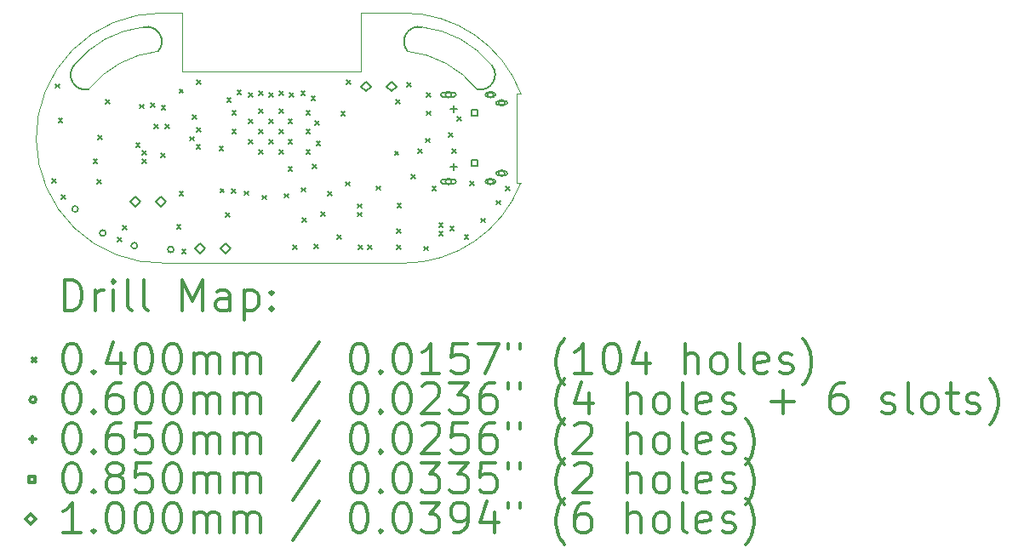
<source format=gbr>
%FSLAX45Y45*%
G04 Gerber Fmt 4.5, Leading zero omitted, Abs format (unit mm)*
G04 Created by KiCad (PCBNEW (5.1.10)-1) date 2021-07-14 09:57:32*
%MOMM*%
%LPD*%
G01*
G04 APERTURE LIST*
%TA.AperFunction,Profile*%
%ADD10C,0.150000*%
%TD*%
%TA.AperFunction,Profile*%
%ADD11C,0.050000*%
%TD*%
%ADD12C,0.200000*%
%ADD13C,0.300000*%
G04 APERTURE END LIST*
D10*
X12073722Y-8539419D02*
G75*
G03*
X12218823Y-8780259I113778J-95581D01*
G01*
X12910037Y-8401253D02*
G75*
G03*
X12765072Y-8160509I-112537J96253D01*
G01*
D11*
X12073967Y-8539626D02*
G75*
G02*
X12765072Y-8160509I801104J-640884D01*
G01*
X12218823Y-8780259D02*
G75*
G02*
X12910037Y-8401253I800781J-640625D01*
G01*
X16081177Y-8780259D02*
G75*
G03*
X15389963Y-8401253I-800781J-640625D01*
G01*
X16226033Y-8539626D02*
G75*
G03*
X15534928Y-8160509I-801104J-640884D01*
G01*
D10*
X16226278Y-8539419D02*
G75*
G02*
X16081177Y-8780259I-113778J-95581D01*
G01*
X15389963Y-8401253D02*
G75*
G02*
X15534928Y-8160509I112537J96253D01*
G01*
D11*
X16516811Y-9708996D02*
G75*
G02*
X15354100Y-10509600I-1162711J443996D01*
G01*
X14922300Y-8604600D02*
X13144300Y-8604600D01*
X13144300Y-8604600D02*
X13144300Y-8020400D01*
X16516436Y-8820024D02*
X16471636Y-8820024D01*
X16471700Y-9709000D02*
X16471636Y-8820024D01*
X16516436Y-8820024D02*
G75*
G03*
X15354100Y-8020400I-1162336J-444976D01*
G01*
X15354100Y-10509600D02*
X12971508Y-10509229D01*
X14922300Y-8020400D02*
X14922300Y-8604600D01*
X13144300Y-8020400D02*
X12941100Y-8020400D01*
X15354100Y-8020400D02*
X14922300Y-8020400D01*
X16471700Y-9709000D02*
X16516811Y-9708996D01*
X12971508Y-10509229D02*
G75*
G02*
X12941100Y-8020400I-30408J1244229D01*
G01*
D12*
X11855008Y-9672640D02*
X11895008Y-9712640D01*
X11895008Y-9672640D02*
X11855008Y-9712640D01*
X11887520Y-8726744D02*
X11927520Y-8766744D01*
X11927520Y-8726744D02*
X11887520Y-8766744D01*
X11917746Y-9068120D02*
X11957746Y-9108120D01*
X11957746Y-9068120D02*
X11917746Y-9108120D01*
X11946702Y-9828596D02*
X11986702Y-9868596D01*
X11986702Y-9828596D02*
X11946702Y-9868596D01*
X12265110Y-9477390D02*
X12305110Y-9517390D01*
X12305110Y-9477390D02*
X12265110Y-9517390D01*
X12302497Y-9680951D02*
X12342497Y-9720951D01*
X12342497Y-9680951D02*
X12302497Y-9720951D01*
X12309800Y-9240000D02*
X12349800Y-9280000D01*
X12349800Y-9240000D02*
X12309800Y-9280000D01*
X12390000Y-8882500D02*
X12430000Y-8922500D01*
X12430000Y-8882500D02*
X12390000Y-8922500D01*
X12507500Y-10252500D02*
X12547500Y-10292500D01*
X12547500Y-10252500D02*
X12507500Y-10292500D01*
X12553762Y-10137714D02*
X12593762Y-10177714D01*
X12593762Y-10137714D02*
X12553762Y-10177714D01*
X12687682Y-9312282D02*
X12727682Y-9352282D01*
X12727682Y-9312282D02*
X12687682Y-9352282D01*
X12727510Y-8929990D02*
X12767510Y-8969990D01*
X12767510Y-8929990D02*
X12727510Y-8969990D01*
X12753150Y-9387874D02*
X12793150Y-9427874D01*
X12793150Y-9387874D02*
X12753150Y-9427874D01*
X12753153Y-9476451D02*
X12793153Y-9516451D01*
X12793153Y-9476451D02*
X12753153Y-9516451D01*
X12837125Y-8916298D02*
X12877125Y-8956298D01*
X12877125Y-8916298D02*
X12837125Y-8956298D01*
X12866950Y-9126950D02*
X12906950Y-9166950D01*
X12906950Y-9126950D02*
X12866950Y-9166950D01*
X12940604Y-9417624D02*
X12980604Y-9457624D01*
X12980604Y-9417624D02*
X12940604Y-9457624D01*
X12942499Y-8940000D02*
X12982499Y-8980000D01*
X12982499Y-8940000D02*
X12942499Y-8980000D01*
X12982899Y-9130701D02*
X13022899Y-9170701D01*
X13022899Y-9130701D02*
X12982899Y-9170701D01*
X13095544Y-10129078D02*
X13135544Y-10169078D01*
X13135544Y-10129078D02*
X13095544Y-10169078D01*
X13120000Y-9800000D02*
X13160000Y-9840000D01*
X13160000Y-9800000D02*
X13120000Y-9840000D01*
X13120700Y-8777100D02*
X13160700Y-8817100D01*
X13160700Y-8777100D02*
X13120700Y-8817100D01*
X13144566Y-10372664D02*
X13184566Y-10412664D01*
X13184566Y-10372664D02*
X13144566Y-10412664D01*
X13223311Y-9251699D02*
X13263311Y-9291699D01*
X13263311Y-9251699D02*
X13223311Y-9291699D01*
X13249600Y-9034800D02*
X13289600Y-9074800D01*
X13289600Y-9034800D02*
X13249600Y-9074800D01*
X13288838Y-9333550D02*
X13328838Y-9373550D01*
X13328838Y-9333550D02*
X13288838Y-9373550D01*
X13292140Y-9161846D02*
X13332140Y-9201846D01*
X13332140Y-9161846D02*
X13292140Y-9201846D01*
X13293000Y-8689800D02*
X13333000Y-8729800D01*
X13333000Y-8689800D02*
X13293000Y-8729800D01*
X13518708Y-9348536D02*
X13558708Y-9388536D01*
X13558708Y-9348536D02*
X13518708Y-9388536D01*
X13526412Y-9767456D02*
X13566412Y-9807456D01*
X13566412Y-9767456D02*
X13526412Y-9807456D01*
X13582500Y-10010000D02*
X13622500Y-10050000D01*
X13622500Y-10010000D02*
X13582500Y-10050000D01*
X13593400Y-8864800D02*
X13633400Y-8904800D01*
X13633400Y-8864800D02*
X13593400Y-8904800D01*
X13639273Y-9774401D02*
X13679273Y-9814401D01*
X13679273Y-9774401D02*
X13639273Y-9814401D01*
X13645000Y-8991000D02*
X13685000Y-9031000D01*
X13685000Y-8991000D02*
X13645000Y-9031000D01*
X13645000Y-9181500D02*
X13685000Y-9221500D01*
X13685000Y-9181500D02*
X13645000Y-9221500D01*
X13695800Y-8787800D02*
X13735800Y-8827800D01*
X13735800Y-8787800D02*
X13695800Y-8827800D01*
X13766189Y-9793125D02*
X13806189Y-9833125D01*
X13806189Y-9793125D02*
X13766189Y-9833125D01*
X13810100Y-8813200D02*
X13850100Y-8853200D01*
X13850100Y-8813200D02*
X13810100Y-8853200D01*
X13810100Y-9079900D02*
X13850100Y-9119900D01*
X13850100Y-9079900D02*
X13810100Y-9119900D01*
X13810100Y-9283100D02*
X13850100Y-9323100D01*
X13850100Y-9283100D02*
X13810100Y-9323100D01*
X13911700Y-8800500D02*
X13951700Y-8840500D01*
X13951700Y-8800500D02*
X13911700Y-8840500D01*
X13911700Y-8978300D02*
X13951700Y-9018300D01*
X13951700Y-8978300D02*
X13911700Y-9018300D01*
X13911700Y-9181500D02*
X13951700Y-9221500D01*
X13951700Y-9181500D02*
X13911700Y-9221500D01*
X13911700Y-9384700D02*
X13951700Y-9424700D01*
X13951700Y-9384700D02*
X13911700Y-9424700D01*
X13946190Y-9834946D02*
X13986190Y-9874946D01*
X13986190Y-9834946D02*
X13946190Y-9874946D01*
X14013300Y-8813200D02*
X14053300Y-8853200D01*
X14053300Y-8813200D02*
X14013300Y-8853200D01*
X14013300Y-9079900D02*
X14053300Y-9119900D01*
X14053300Y-9079900D02*
X14013300Y-9119900D01*
X14013300Y-9283100D02*
X14053300Y-9323100D01*
X14053300Y-9283100D02*
X14013300Y-9323100D01*
X14114900Y-8800500D02*
X14154900Y-8840500D01*
X14154900Y-8800500D02*
X14114900Y-8840500D01*
X14114900Y-8978300D02*
X14154900Y-9018300D01*
X14154900Y-8978300D02*
X14114900Y-9018300D01*
X14114900Y-9181500D02*
X14154900Y-9221500D01*
X14154900Y-9181500D02*
X14114900Y-9221500D01*
X14114900Y-9384700D02*
X14154900Y-9424700D01*
X14154900Y-9384700D02*
X14114900Y-9424700D01*
X14167484Y-9817499D02*
X14207484Y-9857499D01*
X14207484Y-9817499D02*
X14167484Y-9857499D01*
X14203800Y-9079900D02*
X14243800Y-9119900D01*
X14243800Y-9079900D02*
X14203800Y-9119900D01*
X14203800Y-9283100D02*
X14243800Y-9323100D01*
X14243800Y-9283100D02*
X14203800Y-9323100D01*
X14203800Y-9549800D02*
X14243800Y-9589800D01*
X14243800Y-9549800D02*
X14203800Y-9589800D01*
X14216500Y-8813200D02*
X14256500Y-8853200D01*
X14256500Y-8813200D02*
X14216500Y-8853200D01*
X14252500Y-10330000D02*
X14292500Y-10370000D01*
X14292500Y-10330000D02*
X14252500Y-10370000D01*
X14330800Y-8800500D02*
X14370800Y-8840500D01*
X14370800Y-8800500D02*
X14330800Y-8840500D01*
X14337500Y-9760000D02*
X14377500Y-9800000D01*
X14377500Y-9760000D02*
X14337500Y-9800000D01*
X14345000Y-10057500D02*
X14385000Y-10097500D01*
X14385000Y-10057500D02*
X14345000Y-10097500D01*
X14381600Y-8991000D02*
X14421600Y-9031000D01*
X14421600Y-8991000D02*
X14381600Y-9031000D01*
X14381600Y-9181500D02*
X14421600Y-9221500D01*
X14421600Y-9181500D02*
X14381600Y-9221500D01*
X14381600Y-9384700D02*
X14421600Y-9424700D01*
X14421600Y-9384700D02*
X14381600Y-9424700D01*
X14432400Y-8851300D02*
X14472400Y-8891300D01*
X14472400Y-8851300D02*
X14432400Y-8891300D01*
X14445100Y-9524400D02*
X14485100Y-9564400D01*
X14485100Y-9524400D02*
X14445100Y-9564400D01*
X14460000Y-10322500D02*
X14500000Y-10362500D01*
X14500000Y-10322500D02*
X14460000Y-10362500D01*
X14470500Y-9092600D02*
X14510500Y-9132600D01*
X14510500Y-9092600D02*
X14470500Y-9132600D01*
X14483200Y-9295800D02*
X14523200Y-9335800D01*
X14523200Y-9295800D02*
X14483200Y-9335800D01*
X14532500Y-10002500D02*
X14572500Y-10042500D01*
X14572500Y-10002500D02*
X14532500Y-10042500D01*
X14600000Y-9800000D02*
X14640000Y-9840000D01*
X14640000Y-9800000D02*
X14600000Y-9840000D01*
X14688886Y-10231440D02*
X14728886Y-10271440D01*
X14728886Y-10231440D02*
X14688886Y-10271440D01*
X14727494Y-9004112D02*
X14767494Y-9044112D01*
X14767494Y-9004112D02*
X14727494Y-9044112D01*
X14772706Y-9700580D02*
X14812706Y-9740580D01*
X14812706Y-9700580D02*
X14772706Y-9740580D01*
X14780580Y-8686612D02*
X14820580Y-8726612D01*
X14820580Y-8686612D02*
X14780580Y-8726612D01*
X14892500Y-10005000D02*
X14932500Y-10045000D01*
X14932500Y-10005000D02*
X14892500Y-10045000D01*
X14892500Y-9920000D02*
X14932500Y-9960000D01*
X14932500Y-9920000D02*
X14892500Y-9960000D01*
X14900934Y-10332066D02*
X14940934Y-10372066D01*
X14940934Y-10332066D02*
X14900934Y-10372066D01*
X14996480Y-10333294D02*
X15036480Y-10373294D01*
X15036480Y-10333294D02*
X14996480Y-10373294D01*
X15080808Y-9742998D02*
X15120808Y-9782998D01*
X15120808Y-9742998D02*
X15080808Y-9782998D01*
X15262674Y-9394000D02*
X15302674Y-9434000D01*
X15302674Y-9394000D02*
X15262674Y-9434000D01*
X15277404Y-8885494D02*
X15317404Y-8925494D01*
X15317404Y-8885494D02*
X15277404Y-8925494D01*
X15283246Y-10332024D02*
X15323246Y-10372024D01*
X15323246Y-10332024D02*
X15283246Y-10372024D01*
X15283300Y-10172100D02*
X15323300Y-10212100D01*
X15323300Y-10172100D02*
X15283300Y-10212100D01*
X15286802Y-9918004D02*
X15326802Y-9958004D01*
X15326802Y-9918004D02*
X15286802Y-9958004D01*
X15386116Y-8711758D02*
X15426116Y-8751758D01*
X15426116Y-8711758D02*
X15386116Y-8751758D01*
X15425486Y-9626158D02*
X15465486Y-9666158D01*
X15465486Y-9626158D02*
X15425486Y-9666158D01*
X15496098Y-9372158D02*
X15536098Y-9412158D01*
X15536098Y-9372158D02*
X15496098Y-9412158D01*
X15553248Y-10342946D02*
X15593248Y-10382946D01*
X15593248Y-10342946D02*
X15553248Y-10382946D01*
X15572429Y-9268280D02*
X15612429Y-9308280D01*
X15612429Y-9268280D02*
X15572429Y-9308280D01*
X15577790Y-8998197D02*
X15617790Y-9038197D01*
X15617790Y-8998197D02*
X15577790Y-9038197D01*
X15581900Y-8812501D02*
X15621900Y-8852501D01*
X15621900Y-8812501D02*
X15581900Y-8852501D01*
X15633258Y-9743760D02*
X15673258Y-9783760D01*
X15673258Y-9743760D02*
X15633258Y-9783760D01*
X15702418Y-10197189D02*
X15742418Y-10237189D01*
X15742418Y-10197189D02*
X15702418Y-10237189D01*
X15702966Y-10111284D02*
X15742966Y-10151284D01*
X15742966Y-10111284D02*
X15702966Y-10151284D01*
X15799999Y-9212138D02*
X15839999Y-9252138D01*
X15839999Y-9212138D02*
X15799999Y-9252138D01*
X15812253Y-10145472D02*
X15852253Y-10185472D01*
X15852253Y-10145472D02*
X15812253Y-10185472D01*
X15834553Y-9376301D02*
X15874553Y-9416301D01*
X15874553Y-9376301D02*
X15834553Y-9416301D01*
X15886750Y-9052118D02*
X15926750Y-9092118D01*
X15926750Y-9052118D02*
X15886750Y-9092118D01*
X15956346Y-10229916D02*
X15996346Y-10269916D01*
X15996346Y-10229916D02*
X15956346Y-10269916D01*
X16012226Y-9693214D02*
X16052226Y-9733214D01*
X16052226Y-9693214D02*
X16012226Y-9733214D01*
X16121192Y-10063800D02*
X16161192Y-10103800D01*
X16161192Y-10063800D02*
X16121192Y-10103800D01*
X16275624Y-9887016D02*
X16315624Y-9927016D01*
X16315624Y-9887016D02*
X16275624Y-9927016D01*
X16368588Y-9747062D02*
X16408588Y-9787062D01*
X16408588Y-9747062D02*
X16368588Y-9787062D01*
X12113523Y-9970458D02*
G75*
G03*
X12113523Y-9970458I-30000J0D01*
G01*
X12388992Y-10209919D02*
G75*
G03*
X12388992Y-10209919I-30000J0D01*
G01*
X12701819Y-10335704D02*
G75*
G03*
X12701819Y-10335704I-30000J0D01*
G01*
X13064819Y-10373857D02*
G75*
G03*
X13064819Y-10373857I-30000J0D01*
G01*
X15826696Y-8832396D02*
G75*
G03*
X15826696Y-8832396I-30000J0D01*
G01*
X15741696Y-8852396D02*
X15851696Y-8852396D01*
X15741696Y-8812396D02*
X15851696Y-8812396D01*
X15851696Y-8852396D02*
G75*
G03*
X15851696Y-8812396I0J20000D01*
G01*
X15741696Y-8812396D02*
G75*
G03*
X15741696Y-8852396I0J-20000D01*
G01*
X15826696Y-9696396D02*
G75*
G03*
X15826696Y-9696396I-30000J0D01*
G01*
X15741696Y-9716396D02*
X15851696Y-9716396D01*
X15741696Y-9676396D02*
X15851696Y-9676396D01*
X15851696Y-9716396D02*
G75*
G03*
X15851696Y-9676396I0J20000D01*
G01*
X15741696Y-9676396D02*
G75*
G03*
X15741696Y-9716396I0J-20000D01*
G01*
X16244696Y-8832396D02*
G75*
G03*
X16244696Y-8832396I-30000J0D01*
G01*
X16184696Y-8852396D02*
X16244696Y-8852396D01*
X16184696Y-8812396D02*
X16244696Y-8812396D01*
X16244696Y-8852396D02*
G75*
G03*
X16244696Y-8812396I0J20000D01*
G01*
X16184696Y-8812396D02*
G75*
G03*
X16184696Y-8852396I0J-20000D01*
G01*
X16244696Y-9696396D02*
G75*
G03*
X16244696Y-9696396I-30000J0D01*
G01*
X16184696Y-9716396D02*
X16244696Y-9716396D01*
X16184696Y-9676396D02*
X16244696Y-9676396D01*
X16244696Y-9716396D02*
G75*
G03*
X16244696Y-9676396I0J20000D01*
G01*
X16184696Y-9676396D02*
G75*
G03*
X16184696Y-9716396I0J-20000D01*
G01*
X16356250Y-8915000D02*
G75*
G03*
X16356250Y-8915000I-30000J0D01*
G01*
X16291250Y-8935000D02*
X16361250Y-8935000D01*
X16291250Y-8895000D02*
X16361250Y-8895000D01*
X16361250Y-8935000D02*
G75*
G03*
X16361250Y-8895000I0J20000D01*
G01*
X16291250Y-8895000D02*
G75*
G03*
X16291250Y-8935000I0J-20000D01*
G01*
X16356250Y-9615000D02*
G75*
G03*
X16356250Y-9615000I-30000J0D01*
G01*
X16361250Y-9595000D02*
X16291250Y-9595000D01*
X16361250Y-9635000D02*
X16291250Y-9635000D01*
X16291250Y-9595000D02*
G75*
G03*
X16291250Y-9635000I0J-20000D01*
G01*
X16361250Y-9635000D02*
G75*
G03*
X16361250Y-9595000I0J20000D01*
G01*
X15849696Y-8942896D02*
X15849696Y-9007896D01*
X15817196Y-8975396D02*
X15882196Y-8975396D01*
X15849696Y-9520896D02*
X15849696Y-9585896D01*
X15817196Y-9553396D02*
X15882196Y-9553396D01*
X16086302Y-9045052D02*
X16086302Y-8984948D01*
X16026198Y-8984948D01*
X16026198Y-9045052D01*
X16086302Y-9045052D01*
X16086302Y-9545052D02*
X16086302Y-9484948D01*
X16026198Y-9484948D01*
X16026198Y-9545052D01*
X16086302Y-9545052D01*
X12683236Y-9946602D02*
X12733236Y-9896602D01*
X12683236Y-9846602D01*
X12633236Y-9896602D01*
X12683236Y-9946602D01*
X12937236Y-9946602D02*
X12987236Y-9896602D01*
X12937236Y-9846602D01*
X12887236Y-9896602D01*
X12937236Y-9946602D01*
X13328500Y-10415000D02*
X13378500Y-10365000D01*
X13328500Y-10315000D01*
X13278500Y-10365000D01*
X13328500Y-10415000D01*
X13582500Y-10415000D02*
X13632500Y-10365000D01*
X13582500Y-10315000D01*
X13532500Y-10365000D01*
X13582500Y-10415000D01*
X14975078Y-8800808D02*
X15025078Y-8750808D01*
X14975078Y-8700808D01*
X14925078Y-8750808D01*
X14975078Y-8800808D01*
X15229078Y-8800808D02*
X15279078Y-8750808D01*
X15229078Y-8700808D01*
X15179078Y-8750808D01*
X15229078Y-8800808D01*
D13*
X11980428Y-10977814D02*
X11980428Y-10677814D01*
X12051857Y-10677814D01*
X12094714Y-10692100D01*
X12123286Y-10720672D01*
X12137571Y-10749243D01*
X12151857Y-10806386D01*
X12151857Y-10849243D01*
X12137571Y-10906386D01*
X12123286Y-10934957D01*
X12094714Y-10963529D01*
X12051857Y-10977814D01*
X11980428Y-10977814D01*
X12280428Y-10977814D02*
X12280428Y-10777814D01*
X12280428Y-10834957D02*
X12294714Y-10806386D01*
X12309000Y-10792100D01*
X12337571Y-10777814D01*
X12366143Y-10777814D01*
X12466143Y-10977814D02*
X12466143Y-10777814D01*
X12466143Y-10677814D02*
X12451857Y-10692100D01*
X12466143Y-10706386D01*
X12480428Y-10692100D01*
X12466143Y-10677814D01*
X12466143Y-10706386D01*
X12651857Y-10977814D02*
X12623286Y-10963529D01*
X12609000Y-10934957D01*
X12609000Y-10677814D01*
X12809000Y-10977814D02*
X12780428Y-10963529D01*
X12766143Y-10934957D01*
X12766143Y-10677814D01*
X13151857Y-10977814D02*
X13151857Y-10677814D01*
X13251857Y-10892100D01*
X13351857Y-10677814D01*
X13351857Y-10977814D01*
X13623286Y-10977814D02*
X13623286Y-10820672D01*
X13609000Y-10792100D01*
X13580428Y-10777814D01*
X13523286Y-10777814D01*
X13494714Y-10792100D01*
X13623286Y-10963529D02*
X13594714Y-10977814D01*
X13523286Y-10977814D01*
X13494714Y-10963529D01*
X13480428Y-10934957D01*
X13480428Y-10906386D01*
X13494714Y-10877814D01*
X13523286Y-10863529D01*
X13594714Y-10863529D01*
X13623286Y-10849243D01*
X13766143Y-10777814D02*
X13766143Y-11077814D01*
X13766143Y-10792100D02*
X13794714Y-10777814D01*
X13851857Y-10777814D01*
X13880428Y-10792100D01*
X13894714Y-10806386D01*
X13909000Y-10834957D01*
X13909000Y-10920672D01*
X13894714Y-10949243D01*
X13880428Y-10963529D01*
X13851857Y-10977814D01*
X13794714Y-10977814D01*
X13766143Y-10963529D01*
X14037571Y-10949243D02*
X14051857Y-10963529D01*
X14037571Y-10977814D01*
X14023286Y-10963529D01*
X14037571Y-10949243D01*
X14037571Y-10977814D01*
X14037571Y-10792100D02*
X14051857Y-10806386D01*
X14037571Y-10820672D01*
X14023286Y-10806386D01*
X14037571Y-10792100D01*
X14037571Y-10820672D01*
X11654000Y-11452100D02*
X11694000Y-11492100D01*
X11694000Y-11452100D02*
X11654000Y-11492100D01*
X12037571Y-11307814D02*
X12066143Y-11307814D01*
X12094714Y-11322100D01*
X12109000Y-11336386D01*
X12123286Y-11364957D01*
X12137571Y-11422100D01*
X12137571Y-11493529D01*
X12123286Y-11550671D01*
X12109000Y-11579243D01*
X12094714Y-11593529D01*
X12066143Y-11607814D01*
X12037571Y-11607814D01*
X12009000Y-11593529D01*
X11994714Y-11579243D01*
X11980428Y-11550671D01*
X11966143Y-11493529D01*
X11966143Y-11422100D01*
X11980428Y-11364957D01*
X11994714Y-11336386D01*
X12009000Y-11322100D01*
X12037571Y-11307814D01*
X12266143Y-11579243D02*
X12280428Y-11593529D01*
X12266143Y-11607814D01*
X12251857Y-11593529D01*
X12266143Y-11579243D01*
X12266143Y-11607814D01*
X12537571Y-11407814D02*
X12537571Y-11607814D01*
X12466143Y-11293529D02*
X12394714Y-11507814D01*
X12580428Y-11507814D01*
X12751857Y-11307814D02*
X12780428Y-11307814D01*
X12809000Y-11322100D01*
X12823286Y-11336386D01*
X12837571Y-11364957D01*
X12851857Y-11422100D01*
X12851857Y-11493529D01*
X12837571Y-11550671D01*
X12823286Y-11579243D01*
X12809000Y-11593529D01*
X12780428Y-11607814D01*
X12751857Y-11607814D01*
X12723286Y-11593529D01*
X12709000Y-11579243D01*
X12694714Y-11550671D01*
X12680428Y-11493529D01*
X12680428Y-11422100D01*
X12694714Y-11364957D01*
X12709000Y-11336386D01*
X12723286Y-11322100D01*
X12751857Y-11307814D01*
X13037571Y-11307814D02*
X13066143Y-11307814D01*
X13094714Y-11322100D01*
X13109000Y-11336386D01*
X13123286Y-11364957D01*
X13137571Y-11422100D01*
X13137571Y-11493529D01*
X13123286Y-11550671D01*
X13109000Y-11579243D01*
X13094714Y-11593529D01*
X13066143Y-11607814D01*
X13037571Y-11607814D01*
X13009000Y-11593529D01*
X12994714Y-11579243D01*
X12980428Y-11550671D01*
X12966143Y-11493529D01*
X12966143Y-11422100D01*
X12980428Y-11364957D01*
X12994714Y-11336386D01*
X13009000Y-11322100D01*
X13037571Y-11307814D01*
X13266143Y-11607814D02*
X13266143Y-11407814D01*
X13266143Y-11436386D02*
X13280428Y-11422100D01*
X13309000Y-11407814D01*
X13351857Y-11407814D01*
X13380428Y-11422100D01*
X13394714Y-11450671D01*
X13394714Y-11607814D01*
X13394714Y-11450671D02*
X13409000Y-11422100D01*
X13437571Y-11407814D01*
X13480428Y-11407814D01*
X13509000Y-11422100D01*
X13523286Y-11450671D01*
X13523286Y-11607814D01*
X13666143Y-11607814D02*
X13666143Y-11407814D01*
X13666143Y-11436386D02*
X13680428Y-11422100D01*
X13709000Y-11407814D01*
X13751857Y-11407814D01*
X13780428Y-11422100D01*
X13794714Y-11450671D01*
X13794714Y-11607814D01*
X13794714Y-11450671D02*
X13809000Y-11422100D01*
X13837571Y-11407814D01*
X13880428Y-11407814D01*
X13909000Y-11422100D01*
X13923286Y-11450671D01*
X13923286Y-11607814D01*
X14509000Y-11293529D02*
X14251857Y-11679243D01*
X14894714Y-11307814D02*
X14923286Y-11307814D01*
X14951857Y-11322100D01*
X14966143Y-11336386D01*
X14980428Y-11364957D01*
X14994714Y-11422100D01*
X14994714Y-11493529D01*
X14980428Y-11550671D01*
X14966143Y-11579243D01*
X14951857Y-11593529D01*
X14923286Y-11607814D01*
X14894714Y-11607814D01*
X14866143Y-11593529D01*
X14851857Y-11579243D01*
X14837571Y-11550671D01*
X14823286Y-11493529D01*
X14823286Y-11422100D01*
X14837571Y-11364957D01*
X14851857Y-11336386D01*
X14866143Y-11322100D01*
X14894714Y-11307814D01*
X15123286Y-11579243D02*
X15137571Y-11593529D01*
X15123286Y-11607814D01*
X15109000Y-11593529D01*
X15123286Y-11579243D01*
X15123286Y-11607814D01*
X15323286Y-11307814D02*
X15351857Y-11307814D01*
X15380428Y-11322100D01*
X15394714Y-11336386D01*
X15409000Y-11364957D01*
X15423286Y-11422100D01*
X15423286Y-11493529D01*
X15409000Y-11550671D01*
X15394714Y-11579243D01*
X15380428Y-11593529D01*
X15351857Y-11607814D01*
X15323286Y-11607814D01*
X15294714Y-11593529D01*
X15280428Y-11579243D01*
X15266143Y-11550671D01*
X15251857Y-11493529D01*
X15251857Y-11422100D01*
X15266143Y-11364957D01*
X15280428Y-11336386D01*
X15294714Y-11322100D01*
X15323286Y-11307814D01*
X15709000Y-11607814D02*
X15537571Y-11607814D01*
X15623286Y-11607814D02*
X15623286Y-11307814D01*
X15594714Y-11350671D01*
X15566143Y-11379243D01*
X15537571Y-11393529D01*
X15980428Y-11307814D02*
X15837571Y-11307814D01*
X15823286Y-11450671D01*
X15837571Y-11436386D01*
X15866143Y-11422100D01*
X15937571Y-11422100D01*
X15966143Y-11436386D01*
X15980428Y-11450671D01*
X15994714Y-11479243D01*
X15994714Y-11550671D01*
X15980428Y-11579243D01*
X15966143Y-11593529D01*
X15937571Y-11607814D01*
X15866143Y-11607814D01*
X15837571Y-11593529D01*
X15823286Y-11579243D01*
X16094714Y-11307814D02*
X16294714Y-11307814D01*
X16166143Y-11607814D01*
X16394714Y-11307814D02*
X16394714Y-11364957D01*
X16509000Y-11307814D02*
X16509000Y-11364957D01*
X16951857Y-11722100D02*
X16937571Y-11707814D01*
X16909000Y-11664957D01*
X16894714Y-11636386D01*
X16880428Y-11593529D01*
X16866143Y-11522100D01*
X16866143Y-11464957D01*
X16880428Y-11393529D01*
X16894714Y-11350671D01*
X16909000Y-11322100D01*
X16937571Y-11279243D01*
X16951857Y-11264957D01*
X17223286Y-11607814D02*
X17051857Y-11607814D01*
X17137571Y-11607814D02*
X17137571Y-11307814D01*
X17109000Y-11350671D01*
X17080428Y-11379243D01*
X17051857Y-11393529D01*
X17409000Y-11307814D02*
X17437571Y-11307814D01*
X17466143Y-11322100D01*
X17480428Y-11336386D01*
X17494714Y-11364957D01*
X17509000Y-11422100D01*
X17509000Y-11493529D01*
X17494714Y-11550671D01*
X17480428Y-11579243D01*
X17466143Y-11593529D01*
X17437571Y-11607814D01*
X17409000Y-11607814D01*
X17380428Y-11593529D01*
X17366143Y-11579243D01*
X17351857Y-11550671D01*
X17337571Y-11493529D01*
X17337571Y-11422100D01*
X17351857Y-11364957D01*
X17366143Y-11336386D01*
X17380428Y-11322100D01*
X17409000Y-11307814D01*
X17766143Y-11407814D02*
X17766143Y-11607814D01*
X17694714Y-11293529D02*
X17623286Y-11507814D01*
X17809000Y-11507814D01*
X18151857Y-11607814D02*
X18151857Y-11307814D01*
X18280428Y-11607814D02*
X18280428Y-11450671D01*
X18266143Y-11422100D01*
X18237571Y-11407814D01*
X18194714Y-11407814D01*
X18166143Y-11422100D01*
X18151857Y-11436386D01*
X18466143Y-11607814D02*
X18437571Y-11593529D01*
X18423286Y-11579243D01*
X18409000Y-11550671D01*
X18409000Y-11464957D01*
X18423286Y-11436386D01*
X18437571Y-11422100D01*
X18466143Y-11407814D01*
X18509000Y-11407814D01*
X18537571Y-11422100D01*
X18551857Y-11436386D01*
X18566143Y-11464957D01*
X18566143Y-11550671D01*
X18551857Y-11579243D01*
X18537571Y-11593529D01*
X18509000Y-11607814D01*
X18466143Y-11607814D01*
X18737571Y-11607814D02*
X18709000Y-11593529D01*
X18694714Y-11564957D01*
X18694714Y-11307814D01*
X18966143Y-11593529D02*
X18937571Y-11607814D01*
X18880428Y-11607814D01*
X18851857Y-11593529D01*
X18837571Y-11564957D01*
X18837571Y-11450671D01*
X18851857Y-11422100D01*
X18880428Y-11407814D01*
X18937571Y-11407814D01*
X18966143Y-11422100D01*
X18980428Y-11450671D01*
X18980428Y-11479243D01*
X18837571Y-11507814D01*
X19094714Y-11593529D02*
X19123286Y-11607814D01*
X19180428Y-11607814D01*
X19209000Y-11593529D01*
X19223286Y-11564957D01*
X19223286Y-11550671D01*
X19209000Y-11522100D01*
X19180428Y-11507814D01*
X19137571Y-11507814D01*
X19109000Y-11493529D01*
X19094714Y-11464957D01*
X19094714Y-11450671D01*
X19109000Y-11422100D01*
X19137571Y-11407814D01*
X19180428Y-11407814D01*
X19209000Y-11422100D01*
X19323286Y-11722100D02*
X19337571Y-11707814D01*
X19366143Y-11664957D01*
X19380428Y-11636386D01*
X19394714Y-11593529D01*
X19409000Y-11522100D01*
X19409000Y-11464957D01*
X19394714Y-11393529D01*
X19380428Y-11350671D01*
X19366143Y-11322100D01*
X19337571Y-11279243D01*
X19323286Y-11264957D01*
X11694000Y-11868100D02*
G75*
G03*
X11694000Y-11868100I-30000J0D01*
G01*
X12037571Y-11703814D02*
X12066143Y-11703814D01*
X12094714Y-11718100D01*
X12109000Y-11732386D01*
X12123286Y-11760957D01*
X12137571Y-11818100D01*
X12137571Y-11889529D01*
X12123286Y-11946671D01*
X12109000Y-11975243D01*
X12094714Y-11989529D01*
X12066143Y-12003814D01*
X12037571Y-12003814D01*
X12009000Y-11989529D01*
X11994714Y-11975243D01*
X11980428Y-11946671D01*
X11966143Y-11889529D01*
X11966143Y-11818100D01*
X11980428Y-11760957D01*
X11994714Y-11732386D01*
X12009000Y-11718100D01*
X12037571Y-11703814D01*
X12266143Y-11975243D02*
X12280428Y-11989529D01*
X12266143Y-12003814D01*
X12251857Y-11989529D01*
X12266143Y-11975243D01*
X12266143Y-12003814D01*
X12537571Y-11703814D02*
X12480428Y-11703814D01*
X12451857Y-11718100D01*
X12437571Y-11732386D01*
X12409000Y-11775243D01*
X12394714Y-11832386D01*
X12394714Y-11946671D01*
X12409000Y-11975243D01*
X12423286Y-11989529D01*
X12451857Y-12003814D01*
X12509000Y-12003814D01*
X12537571Y-11989529D01*
X12551857Y-11975243D01*
X12566143Y-11946671D01*
X12566143Y-11875243D01*
X12551857Y-11846671D01*
X12537571Y-11832386D01*
X12509000Y-11818100D01*
X12451857Y-11818100D01*
X12423286Y-11832386D01*
X12409000Y-11846671D01*
X12394714Y-11875243D01*
X12751857Y-11703814D02*
X12780428Y-11703814D01*
X12809000Y-11718100D01*
X12823286Y-11732386D01*
X12837571Y-11760957D01*
X12851857Y-11818100D01*
X12851857Y-11889529D01*
X12837571Y-11946671D01*
X12823286Y-11975243D01*
X12809000Y-11989529D01*
X12780428Y-12003814D01*
X12751857Y-12003814D01*
X12723286Y-11989529D01*
X12709000Y-11975243D01*
X12694714Y-11946671D01*
X12680428Y-11889529D01*
X12680428Y-11818100D01*
X12694714Y-11760957D01*
X12709000Y-11732386D01*
X12723286Y-11718100D01*
X12751857Y-11703814D01*
X13037571Y-11703814D02*
X13066143Y-11703814D01*
X13094714Y-11718100D01*
X13109000Y-11732386D01*
X13123286Y-11760957D01*
X13137571Y-11818100D01*
X13137571Y-11889529D01*
X13123286Y-11946671D01*
X13109000Y-11975243D01*
X13094714Y-11989529D01*
X13066143Y-12003814D01*
X13037571Y-12003814D01*
X13009000Y-11989529D01*
X12994714Y-11975243D01*
X12980428Y-11946671D01*
X12966143Y-11889529D01*
X12966143Y-11818100D01*
X12980428Y-11760957D01*
X12994714Y-11732386D01*
X13009000Y-11718100D01*
X13037571Y-11703814D01*
X13266143Y-12003814D02*
X13266143Y-11803814D01*
X13266143Y-11832386D02*
X13280428Y-11818100D01*
X13309000Y-11803814D01*
X13351857Y-11803814D01*
X13380428Y-11818100D01*
X13394714Y-11846671D01*
X13394714Y-12003814D01*
X13394714Y-11846671D02*
X13409000Y-11818100D01*
X13437571Y-11803814D01*
X13480428Y-11803814D01*
X13509000Y-11818100D01*
X13523286Y-11846671D01*
X13523286Y-12003814D01*
X13666143Y-12003814D02*
X13666143Y-11803814D01*
X13666143Y-11832386D02*
X13680428Y-11818100D01*
X13709000Y-11803814D01*
X13751857Y-11803814D01*
X13780428Y-11818100D01*
X13794714Y-11846671D01*
X13794714Y-12003814D01*
X13794714Y-11846671D02*
X13809000Y-11818100D01*
X13837571Y-11803814D01*
X13880428Y-11803814D01*
X13909000Y-11818100D01*
X13923286Y-11846671D01*
X13923286Y-12003814D01*
X14509000Y-11689529D02*
X14251857Y-12075243D01*
X14894714Y-11703814D02*
X14923286Y-11703814D01*
X14951857Y-11718100D01*
X14966143Y-11732386D01*
X14980428Y-11760957D01*
X14994714Y-11818100D01*
X14994714Y-11889529D01*
X14980428Y-11946671D01*
X14966143Y-11975243D01*
X14951857Y-11989529D01*
X14923286Y-12003814D01*
X14894714Y-12003814D01*
X14866143Y-11989529D01*
X14851857Y-11975243D01*
X14837571Y-11946671D01*
X14823286Y-11889529D01*
X14823286Y-11818100D01*
X14837571Y-11760957D01*
X14851857Y-11732386D01*
X14866143Y-11718100D01*
X14894714Y-11703814D01*
X15123286Y-11975243D02*
X15137571Y-11989529D01*
X15123286Y-12003814D01*
X15109000Y-11989529D01*
X15123286Y-11975243D01*
X15123286Y-12003814D01*
X15323286Y-11703814D02*
X15351857Y-11703814D01*
X15380428Y-11718100D01*
X15394714Y-11732386D01*
X15409000Y-11760957D01*
X15423286Y-11818100D01*
X15423286Y-11889529D01*
X15409000Y-11946671D01*
X15394714Y-11975243D01*
X15380428Y-11989529D01*
X15351857Y-12003814D01*
X15323286Y-12003814D01*
X15294714Y-11989529D01*
X15280428Y-11975243D01*
X15266143Y-11946671D01*
X15251857Y-11889529D01*
X15251857Y-11818100D01*
X15266143Y-11760957D01*
X15280428Y-11732386D01*
X15294714Y-11718100D01*
X15323286Y-11703814D01*
X15537571Y-11732386D02*
X15551857Y-11718100D01*
X15580428Y-11703814D01*
X15651857Y-11703814D01*
X15680428Y-11718100D01*
X15694714Y-11732386D01*
X15709000Y-11760957D01*
X15709000Y-11789529D01*
X15694714Y-11832386D01*
X15523286Y-12003814D01*
X15709000Y-12003814D01*
X15809000Y-11703814D02*
X15994714Y-11703814D01*
X15894714Y-11818100D01*
X15937571Y-11818100D01*
X15966143Y-11832386D01*
X15980428Y-11846671D01*
X15994714Y-11875243D01*
X15994714Y-11946671D01*
X15980428Y-11975243D01*
X15966143Y-11989529D01*
X15937571Y-12003814D01*
X15851857Y-12003814D01*
X15823286Y-11989529D01*
X15809000Y-11975243D01*
X16251857Y-11703814D02*
X16194714Y-11703814D01*
X16166143Y-11718100D01*
X16151857Y-11732386D01*
X16123286Y-11775243D01*
X16109000Y-11832386D01*
X16109000Y-11946671D01*
X16123286Y-11975243D01*
X16137571Y-11989529D01*
X16166143Y-12003814D01*
X16223286Y-12003814D01*
X16251857Y-11989529D01*
X16266143Y-11975243D01*
X16280428Y-11946671D01*
X16280428Y-11875243D01*
X16266143Y-11846671D01*
X16251857Y-11832386D01*
X16223286Y-11818100D01*
X16166143Y-11818100D01*
X16137571Y-11832386D01*
X16123286Y-11846671D01*
X16109000Y-11875243D01*
X16394714Y-11703814D02*
X16394714Y-11760957D01*
X16509000Y-11703814D02*
X16509000Y-11760957D01*
X16951857Y-12118100D02*
X16937571Y-12103814D01*
X16909000Y-12060957D01*
X16894714Y-12032386D01*
X16880428Y-11989529D01*
X16866143Y-11918100D01*
X16866143Y-11860957D01*
X16880428Y-11789529D01*
X16894714Y-11746671D01*
X16909000Y-11718100D01*
X16937571Y-11675243D01*
X16951857Y-11660957D01*
X17194714Y-11803814D02*
X17194714Y-12003814D01*
X17123286Y-11689529D02*
X17051857Y-11903814D01*
X17237571Y-11903814D01*
X17580428Y-12003814D02*
X17580428Y-11703814D01*
X17709000Y-12003814D02*
X17709000Y-11846671D01*
X17694714Y-11818100D01*
X17666143Y-11803814D01*
X17623286Y-11803814D01*
X17594714Y-11818100D01*
X17580428Y-11832386D01*
X17894714Y-12003814D02*
X17866143Y-11989529D01*
X17851857Y-11975243D01*
X17837571Y-11946671D01*
X17837571Y-11860957D01*
X17851857Y-11832386D01*
X17866143Y-11818100D01*
X17894714Y-11803814D01*
X17937571Y-11803814D01*
X17966143Y-11818100D01*
X17980428Y-11832386D01*
X17994714Y-11860957D01*
X17994714Y-11946671D01*
X17980428Y-11975243D01*
X17966143Y-11989529D01*
X17937571Y-12003814D01*
X17894714Y-12003814D01*
X18166143Y-12003814D02*
X18137571Y-11989529D01*
X18123286Y-11960957D01*
X18123286Y-11703814D01*
X18394714Y-11989529D02*
X18366143Y-12003814D01*
X18309000Y-12003814D01*
X18280428Y-11989529D01*
X18266143Y-11960957D01*
X18266143Y-11846671D01*
X18280428Y-11818100D01*
X18309000Y-11803814D01*
X18366143Y-11803814D01*
X18394714Y-11818100D01*
X18409000Y-11846671D01*
X18409000Y-11875243D01*
X18266143Y-11903814D01*
X18523286Y-11989529D02*
X18551857Y-12003814D01*
X18609000Y-12003814D01*
X18637571Y-11989529D01*
X18651857Y-11960957D01*
X18651857Y-11946671D01*
X18637571Y-11918100D01*
X18609000Y-11903814D01*
X18566143Y-11903814D01*
X18537571Y-11889529D01*
X18523286Y-11860957D01*
X18523286Y-11846671D01*
X18537571Y-11818100D01*
X18566143Y-11803814D01*
X18609000Y-11803814D01*
X18637571Y-11818100D01*
X19009000Y-11889529D02*
X19237571Y-11889529D01*
X19123286Y-12003814D02*
X19123286Y-11775243D01*
X19737571Y-11703814D02*
X19680428Y-11703814D01*
X19651857Y-11718100D01*
X19637571Y-11732386D01*
X19609000Y-11775243D01*
X19594714Y-11832386D01*
X19594714Y-11946671D01*
X19609000Y-11975243D01*
X19623286Y-11989529D01*
X19651857Y-12003814D01*
X19709000Y-12003814D01*
X19737571Y-11989529D01*
X19751857Y-11975243D01*
X19766143Y-11946671D01*
X19766143Y-11875243D01*
X19751857Y-11846671D01*
X19737571Y-11832386D01*
X19709000Y-11818100D01*
X19651857Y-11818100D01*
X19623286Y-11832386D01*
X19609000Y-11846671D01*
X19594714Y-11875243D01*
X20109000Y-11989529D02*
X20137571Y-12003814D01*
X20194714Y-12003814D01*
X20223286Y-11989529D01*
X20237571Y-11960957D01*
X20237571Y-11946671D01*
X20223286Y-11918100D01*
X20194714Y-11903814D01*
X20151857Y-11903814D01*
X20123286Y-11889529D01*
X20109000Y-11860957D01*
X20109000Y-11846671D01*
X20123286Y-11818100D01*
X20151857Y-11803814D01*
X20194714Y-11803814D01*
X20223286Y-11818100D01*
X20409000Y-12003814D02*
X20380428Y-11989529D01*
X20366143Y-11960957D01*
X20366143Y-11703814D01*
X20566143Y-12003814D02*
X20537571Y-11989529D01*
X20523286Y-11975243D01*
X20509000Y-11946671D01*
X20509000Y-11860957D01*
X20523286Y-11832386D01*
X20537571Y-11818100D01*
X20566143Y-11803814D01*
X20609000Y-11803814D01*
X20637571Y-11818100D01*
X20651857Y-11832386D01*
X20666143Y-11860957D01*
X20666143Y-11946671D01*
X20651857Y-11975243D01*
X20637571Y-11989529D01*
X20609000Y-12003814D01*
X20566143Y-12003814D01*
X20751857Y-11803814D02*
X20866143Y-11803814D01*
X20794714Y-11703814D02*
X20794714Y-11960957D01*
X20809000Y-11989529D01*
X20837571Y-12003814D01*
X20866143Y-12003814D01*
X20951857Y-11989529D02*
X20980428Y-12003814D01*
X21037571Y-12003814D01*
X21066143Y-11989529D01*
X21080428Y-11960957D01*
X21080428Y-11946671D01*
X21066143Y-11918100D01*
X21037571Y-11903814D01*
X20994714Y-11903814D01*
X20966143Y-11889529D01*
X20951857Y-11860957D01*
X20951857Y-11846671D01*
X20966143Y-11818100D01*
X20994714Y-11803814D01*
X21037571Y-11803814D01*
X21066143Y-11818100D01*
X21180428Y-12118100D02*
X21194714Y-12103814D01*
X21223286Y-12060957D01*
X21237571Y-12032386D01*
X21251857Y-11989529D01*
X21266143Y-11918100D01*
X21266143Y-11860957D01*
X21251857Y-11789529D01*
X21237571Y-11746671D01*
X21223286Y-11718100D01*
X21194714Y-11675243D01*
X21180428Y-11660957D01*
X11661500Y-12231600D02*
X11661500Y-12296600D01*
X11629000Y-12264100D02*
X11694000Y-12264100D01*
X12037571Y-12099814D02*
X12066143Y-12099814D01*
X12094714Y-12114100D01*
X12109000Y-12128386D01*
X12123286Y-12156957D01*
X12137571Y-12214100D01*
X12137571Y-12285529D01*
X12123286Y-12342671D01*
X12109000Y-12371243D01*
X12094714Y-12385529D01*
X12066143Y-12399814D01*
X12037571Y-12399814D01*
X12009000Y-12385529D01*
X11994714Y-12371243D01*
X11980428Y-12342671D01*
X11966143Y-12285529D01*
X11966143Y-12214100D01*
X11980428Y-12156957D01*
X11994714Y-12128386D01*
X12009000Y-12114100D01*
X12037571Y-12099814D01*
X12266143Y-12371243D02*
X12280428Y-12385529D01*
X12266143Y-12399814D01*
X12251857Y-12385529D01*
X12266143Y-12371243D01*
X12266143Y-12399814D01*
X12537571Y-12099814D02*
X12480428Y-12099814D01*
X12451857Y-12114100D01*
X12437571Y-12128386D01*
X12409000Y-12171243D01*
X12394714Y-12228386D01*
X12394714Y-12342671D01*
X12409000Y-12371243D01*
X12423286Y-12385529D01*
X12451857Y-12399814D01*
X12509000Y-12399814D01*
X12537571Y-12385529D01*
X12551857Y-12371243D01*
X12566143Y-12342671D01*
X12566143Y-12271243D01*
X12551857Y-12242671D01*
X12537571Y-12228386D01*
X12509000Y-12214100D01*
X12451857Y-12214100D01*
X12423286Y-12228386D01*
X12409000Y-12242671D01*
X12394714Y-12271243D01*
X12837571Y-12099814D02*
X12694714Y-12099814D01*
X12680428Y-12242671D01*
X12694714Y-12228386D01*
X12723286Y-12214100D01*
X12794714Y-12214100D01*
X12823286Y-12228386D01*
X12837571Y-12242671D01*
X12851857Y-12271243D01*
X12851857Y-12342671D01*
X12837571Y-12371243D01*
X12823286Y-12385529D01*
X12794714Y-12399814D01*
X12723286Y-12399814D01*
X12694714Y-12385529D01*
X12680428Y-12371243D01*
X13037571Y-12099814D02*
X13066143Y-12099814D01*
X13094714Y-12114100D01*
X13109000Y-12128386D01*
X13123286Y-12156957D01*
X13137571Y-12214100D01*
X13137571Y-12285529D01*
X13123286Y-12342671D01*
X13109000Y-12371243D01*
X13094714Y-12385529D01*
X13066143Y-12399814D01*
X13037571Y-12399814D01*
X13009000Y-12385529D01*
X12994714Y-12371243D01*
X12980428Y-12342671D01*
X12966143Y-12285529D01*
X12966143Y-12214100D01*
X12980428Y-12156957D01*
X12994714Y-12128386D01*
X13009000Y-12114100D01*
X13037571Y-12099814D01*
X13266143Y-12399814D02*
X13266143Y-12199814D01*
X13266143Y-12228386D02*
X13280428Y-12214100D01*
X13309000Y-12199814D01*
X13351857Y-12199814D01*
X13380428Y-12214100D01*
X13394714Y-12242671D01*
X13394714Y-12399814D01*
X13394714Y-12242671D02*
X13409000Y-12214100D01*
X13437571Y-12199814D01*
X13480428Y-12199814D01*
X13509000Y-12214100D01*
X13523286Y-12242671D01*
X13523286Y-12399814D01*
X13666143Y-12399814D02*
X13666143Y-12199814D01*
X13666143Y-12228386D02*
X13680428Y-12214100D01*
X13709000Y-12199814D01*
X13751857Y-12199814D01*
X13780428Y-12214100D01*
X13794714Y-12242671D01*
X13794714Y-12399814D01*
X13794714Y-12242671D02*
X13809000Y-12214100D01*
X13837571Y-12199814D01*
X13880428Y-12199814D01*
X13909000Y-12214100D01*
X13923286Y-12242671D01*
X13923286Y-12399814D01*
X14509000Y-12085529D02*
X14251857Y-12471243D01*
X14894714Y-12099814D02*
X14923286Y-12099814D01*
X14951857Y-12114100D01*
X14966143Y-12128386D01*
X14980428Y-12156957D01*
X14994714Y-12214100D01*
X14994714Y-12285529D01*
X14980428Y-12342671D01*
X14966143Y-12371243D01*
X14951857Y-12385529D01*
X14923286Y-12399814D01*
X14894714Y-12399814D01*
X14866143Y-12385529D01*
X14851857Y-12371243D01*
X14837571Y-12342671D01*
X14823286Y-12285529D01*
X14823286Y-12214100D01*
X14837571Y-12156957D01*
X14851857Y-12128386D01*
X14866143Y-12114100D01*
X14894714Y-12099814D01*
X15123286Y-12371243D02*
X15137571Y-12385529D01*
X15123286Y-12399814D01*
X15109000Y-12385529D01*
X15123286Y-12371243D01*
X15123286Y-12399814D01*
X15323286Y-12099814D02*
X15351857Y-12099814D01*
X15380428Y-12114100D01*
X15394714Y-12128386D01*
X15409000Y-12156957D01*
X15423286Y-12214100D01*
X15423286Y-12285529D01*
X15409000Y-12342671D01*
X15394714Y-12371243D01*
X15380428Y-12385529D01*
X15351857Y-12399814D01*
X15323286Y-12399814D01*
X15294714Y-12385529D01*
X15280428Y-12371243D01*
X15266143Y-12342671D01*
X15251857Y-12285529D01*
X15251857Y-12214100D01*
X15266143Y-12156957D01*
X15280428Y-12128386D01*
X15294714Y-12114100D01*
X15323286Y-12099814D01*
X15537571Y-12128386D02*
X15551857Y-12114100D01*
X15580428Y-12099814D01*
X15651857Y-12099814D01*
X15680428Y-12114100D01*
X15694714Y-12128386D01*
X15709000Y-12156957D01*
X15709000Y-12185529D01*
X15694714Y-12228386D01*
X15523286Y-12399814D01*
X15709000Y-12399814D01*
X15980428Y-12099814D02*
X15837571Y-12099814D01*
X15823286Y-12242671D01*
X15837571Y-12228386D01*
X15866143Y-12214100D01*
X15937571Y-12214100D01*
X15966143Y-12228386D01*
X15980428Y-12242671D01*
X15994714Y-12271243D01*
X15994714Y-12342671D01*
X15980428Y-12371243D01*
X15966143Y-12385529D01*
X15937571Y-12399814D01*
X15866143Y-12399814D01*
X15837571Y-12385529D01*
X15823286Y-12371243D01*
X16251857Y-12099814D02*
X16194714Y-12099814D01*
X16166143Y-12114100D01*
X16151857Y-12128386D01*
X16123286Y-12171243D01*
X16109000Y-12228386D01*
X16109000Y-12342671D01*
X16123286Y-12371243D01*
X16137571Y-12385529D01*
X16166143Y-12399814D01*
X16223286Y-12399814D01*
X16251857Y-12385529D01*
X16266143Y-12371243D01*
X16280428Y-12342671D01*
X16280428Y-12271243D01*
X16266143Y-12242671D01*
X16251857Y-12228386D01*
X16223286Y-12214100D01*
X16166143Y-12214100D01*
X16137571Y-12228386D01*
X16123286Y-12242671D01*
X16109000Y-12271243D01*
X16394714Y-12099814D02*
X16394714Y-12156957D01*
X16509000Y-12099814D02*
X16509000Y-12156957D01*
X16951857Y-12514100D02*
X16937571Y-12499814D01*
X16909000Y-12456957D01*
X16894714Y-12428386D01*
X16880428Y-12385529D01*
X16866143Y-12314100D01*
X16866143Y-12256957D01*
X16880428Y-12185529D01*
X16894714Y-12142671D01*
X16909000Y-12114100D01*
X16937571Y-12071243D01*
X16951857Y-12056957D01*
X17051857Y-12128386D02*
X17066143Y-12114100D01*
X17094714Y-12099814D01*
X17166143Y-12099814D01*
X17194714Y-12114100D01*
X17209000Y-12128386D01*
X17223286Y-12156957D01*
X17223286Y-12185529D01*
X17209000Y-12228386D01*
X17037571Y-12399814D01*
X17223286Y-12399814D01*
X17580428Y-12399814D02*
X17580428Y-12099814D01*
X17709000Y-12399814D02*
X17709000Y-12242671D01*
X17694714Y-12214100D01*
X17666143Y-12199814D01*
X17623286Y-12199814D01*
X17594714Y-12214100D01*
X17580428Y-12228386D01*
X17894714Y-12399814D02*
X17866143Y-12385529D01*
X17851857Y-12371243D01*
X17837571Y-12342671D01*
X17837571Y-12256957D01*
X17851857Y-12228386D01*
X17866143Y-12214100D01*
X17894714Y-12199814D01*
X17937571Y-12199814D01*
X17966143Y-12214100D01*
X17980428Y-12228386D01*
X17994714Y-12256957D01*
X17994714Y-12342671D01*
X17980428Y-12371243D01*
X17966143Y-12385529D01*
X17937571Y-12399814D01*
X17894714Y-12399814D01*
X18166143Y-12399814D02*
X18137571Y-12385529D01*
X18123286Y-12356957D01*
X18123286Y-12099814D01*
X18394714Y-12385529D02*
X18366143Y-12399814D01*
X18309000Y-12399814D01*
X18280428Y-12385529D01*
X18266143Y-12356957D01*
X18266143Y-12242671D01*
X18280428Y-12214100D01*
X18309000Y-12199814D01*
X18366143Y-12199814D01*
X18394714Y-12214100D01*
X18409000Y-12242671D01*
X18409000Y-12271243D01*
X18266143Y-12299814D01*
X18523286Y-12385529D02*
X18551857Y-12399814D01*
X18609000Y-12399814D01*
X18637571Y-12385529D01*
X18651857Y-12356957D01*
X18651857Y-12342671D01*
X18637571Y-12314100D01*
X18609000Y-12299814D01*
X18566143Y-12299814D01*
X18537571Y-12285529D01*
X18523286Y-12256957D01*
X18523286Y-12242671D01*
X18537571Y-12214100D01*
X18566143Y-12199814D01*
X18609000Y-12199814D01*
X18637571Y-12214100D01*
X18751857Y-12514100D02*
X18766143Y-12499814D01*
X18794714Y-12456957D01*
X18809000Y-12428386D01*
X18823286Y-12385529D01*
X18837571Y-12314100D01*
X18837571Y-12256957D01*
X18823286Y-12185529D01*
X18809000Y-12142671D01*
X18794714Y-12114100D01*
X18766143Y-12071243D01*
X18751857Y-12056957D01*
X11681552Y-12690152D02*
X11681552Y-12630048D01*
X11621448Y-12630048D01*
X11621448Y-12690152D01*
X11681552Y-12690152D01*
X12037571Y-12495814D02*
X12066143Y-12495814D01*
X12094714Y-12510100D01*
X12109000Y-12524386D01*
X12123286Y-12552957D01*
X12137571Y-12610100D01*
X12137571Y-12681529D01*
X12123286Y-12738671D01*
X12109000Y-12767243D01*
X12094714Y-12781529D01*
X12066143Y-12795814D01*
X12037571Y-12795814D01*
X12009000Y-12781529D01*
X11994714Y-12767243D01*
X11980428Y-12738671D01*
X11966143Y-12681529D01*
X11966143Y-12610100D01*
X11980428Y-12552957D01*
X11994714Y-12524386D01*
X12009000Y-12510100D01*
X12037571Y-12495814D01*
X12266143Y-12767243D02*
X12280428Y-12781529D01*
X12266143Y-12795814D01*
X12251857Y-12781529D01*
X12266143Y-12767243D01*
X12266143Y-12795814D01*
X12451857Y-12624386D02*
X12423286Y-12610100D01*
X12409000Y-12595814D01*
X12394714Y-12567243D01*
X12394714Y-12552957D01*
X12409000Y-12524386D01*
X12423286Y-12510100D01*
X12451857Y-12495814D01*
X12509000Y-12495814D01*
X12537571Y-12510100D01*
X12551857Y-12524386D01*
X12566143Y-12552957D01*
X12566143Y-12567243D01*
X12551857Y-12595814D01*
X12537571Y-12610100D01*
X12509000Y-12624386D01*
X12451857Y-12624386D01*
X12423286Y-12638671D01*
X12409000Y-12652957D01*
X12394714Y-12681529D01*
X12394714Y-12738671D01*
X12409000Y-12767243D01*
X12423286Y-12781529D01*
X12451857Y-12795814D01*
X12509000Y-12795814D01*
X12537571Y-12781529D01*
X12551857Y-12767243D01*
X12566143Y-12738671D01*
X12566143Y-12681529D01*
X12551857Y-12652957D01*
X12537571Y-12638671D01*
X12509000Y-12624386D01*
X12837571Y-12495814D02*
X12694714Y-12495814D01*
X12680428Y-12638671D01*
X12694714Y-12624386D01*
X12723286Y-12610100D01*
X12794714Y-12610100D01*
X12823286Y-12624386D01*
X12837571Y-12638671D01*
X12851857Y-12667243D01*
X12851857Y-12738671D01*
X12837571Y-12767243D01*
X12823286Y-12781529D01*
X12794714Y-12795814D01*
X12723286Y-12795814D01*
X12694714Y-12781529D01*
X12680428Y-12767243D01*
X13037571Y-12495814D02*
X13066143Y-12495814D01*
X13094714Y-12510100D01*
X13109000Y-12524386D01*
X13123286Y-12552957D01*
X13137571Y-12610100D01*
X13137571Y-12681529D01*
X13123286Y-12738671D01*
X13109000Y-12767243D01*
X13094714Y-12781529D01*
X13066143Y-12795814D01*
X13037571Y-12795814D01*
X13009000Y-12781529D01*
X12994714Y-12767243D01*
X12980428Y-12738671D01*
X12966143Y-12681529D01*
X12966143Y-12610100D01*
X12980428Y-12552957D01*
X12994714Y-12524386D01*
X13009000Y-12510100D01*
X13037571Y-12495814D01*
X13266143Y-12795814D02*
X13266143Y-12595814D01*
X13266143Y-12624386D02*
X13280428Y-12610100D01*
X13309000Y-12595814D01*
X13351857Y-12595814D01*
X13380428Y-12610100D01*
X13394714Y-12638671D01*
X13394714Y-12795814D01*
X13394714Y-12638671D02*
X13409000Y-12610100D01*
X13437571Y-12595814D01*
X13480428Y-12595814D01*
X13509000Y-12610100D01*
X13523286Y-12638671D01*
X13523286Y-12795814D01*
X13666143Y-12795814D02*
X13666143Y-12595814D01*
X13666143Y-12624386D02*
X13680428Y-12610100D01*
X13709000Y-12595814D01*
X13751857Y-12595814D01*
X13780428Y-12610100D01*
X13794714Y-12638671D01*
X13794714Y-12795814D01*
X13794714Y-12638671D02*
X13809000Y-12610100D01*
X13837571Y-12595814D01*
X13880428Y-12595814D01*
X13909000Y-12610100D01*
X13923286Y-12638671D01*
X13923286Y-12795814D01*
X14509000Y-12481529D02*
X14251857Y-12867243D01*
X14894714Y-12495814D02*
X14923286Y-12495814D01*
X14951857Y-12510100D01*
X14966143Y-12524386D01*
X14980428Y-12552957D01*
X14994714Y-12610100D01*
X14994714Y-12681529D01*
X14980428Y-12738671D01*
X14966143Y-12767243D01*
X14951857Y-12781529D01*
X14923286Y-12795814D01*
X14894714Y-12795814D01*
X14866143Y-12781529D01*
X14851857Y-12767243D01*
X14837571Y-12738671D01*
X14823286Y-12681529D01*
X14823286Y-12610100D01*
X14837571Y-12552957D01*
X14851857Y-12524386D01*
X14866143Y-12510100D01*
X14894714Y-12495814D01*
X15123286Y-12767243D02*
X15137571Y-12781529D01*
X15123286Y-12795814D01*
X15109000Y-12781529D01*
X15123286Y-12767243D01*
X15123286Y-12795814D01*
X15323286Y-12495814D02*
X15351857Y-12495814D01*
X15380428Y-12510100D01*
X15394714Y-12524386D01*
X15409000Y-12552957D01*
X15423286Y-12610100D01*
X15423286Y-12681529D01*
X15409000Y-12738671D01*
X15394714Y-12767243D01*
X15380428Y-12781529D01*
X15351857Y-12795814D01*
X15323286Y-12795814D01*
X15294714Y-12781529D01*
X15280428Y-12767243D01*
X15266143Y-12738671D01*
X15251857Y-12681529D01*
X15251857Y-12610100D01*
X15266143Y-12552957D01*
X15280428Y-12524386D01*
X15294714Y-12510100D01*
X15323286Y-12495814D01*
X15523286Y-12495814D02*
X15709000Y-12495814D01*
X15609000Y-12610100D01*
X15651857Y-12610100D01*
X15680428Y-12624386D01*
X15694714Y-12638671D01*
X15709000Y-12667243D01*
X15709000Y-12738671D01*
X15694714Y-12767243D01*
X15680428Y-12781529D01*
X15651857Y-12795814D01*
X15566143Y-12795814D01*
X15537571Y-12781529D01*
X15523286Y-12767243D01*
X15809000Y-12495814D02*
X15994714Y-12495814D01*
X15894714Y-12610100D01*
X15937571Y-12610100D01*
X15966143Y-12624386D01*
X15980428Y-12638671D01*
X15994714Y-12667243D01*
X15994714Y-12738671D01*
X15980428Y-12767243D01*
X15966143Y-12781529D01*
X15937571Y-12795814D01*
X15851857Y-12795814D01*
X15823286Y-12781529D01*
X15809000Y-12767243D01*
X16266143Y-12495814D02*
X16123286Y-12495814D01*
X16109000Y-12638671D01*
X16123286Y-12624386D01*
X16151857Y-12610100D01*
X16223286Y-12610100D01*
X16251857Y-12624386D01*
X16266143Y-12638671D01*
X16280428Y-12667243D01*
X16280428Y-12738671D01*
X16266143Y-12767243D01*
X16251857Y-12781529D01*
X16223286Y-12795814D01*
X16151857Y-12795814D01*
X16123286Y-12781529D01*
X16109000Y-12767243D01*
X16394714Y-12495814D02*
X16394714Y-12552957D01*
X16509000Y-12495814D02*
X16509000Y-12552957D01*
X16951857Y-12910100D02*
X16937571Y-12895814D01*
X16909000Y-12852957D01*
X16894714Y-12824386D01*
X16880428Y-12781529D01*
X16866143Y-12710100D01*
X16866143Y-12652957D01*
X16880428Y-12581529D01*
X16894714Y-12538671D01*
X16909000Y-12510100D01*
X16937571Y-12467243D01*
X16951857Y-12452957D01*
X17051857Y-12524386D02*
X17066143Y-12510100D01*
X17094714Y-12495814D01*
X17166143Y-12495814D01*
X17194714Y-12510100D01*
X17209000Y-12524386D01*
X17223286Y-12552957D01*
X17223286Y-12581529D01*
X17209000Y-12624386D01*
X17037571Y-12795814D01*
X17223286Y-12795814D01*
X17580428Y-12795814D02*
X17580428Y-12495814D01*
X17709000Y-12795814D02*
X17709000Y-12638671D01*
X17694714Y-12610100D01*
X17666143Y-12595814D01*
X17623286Y-12595814D01*
X17594714Y-12610100D01*
X17580428Y-12624386D01*
X17894714Y-12795814D02*
X17866143Y-12781529D01*
X17851857Y-12767243D01*
X17837571Y-12738671D01*
X17837571Y-12652957D01*
X17851857Y-12624386D01*
X17866143Y-12610100D01*
X17894714Y-12595814D01*
X17937571Y-12595814D01*
X17966143Y-12610100D01*
X17980428Y-12624386D01*
X17994714Y-12652957D01*
X17994714Y-12738671D01*
X17980428Y-12767243D01*
X17966143Y-12781529D01*
X17937571Y-12795814D01*
X17894714Y-12795814D01*
X18166143Y-12795814D02*
X18137571Y-12781529D01*
X18123286Y-12752957D01*
X18123286Y-12495814D01*
X18394714Y-12781529D02*
X18366143Y-12795814D01*
X18309000Y-12795814D01*
X18280428Y-12781529D01*
X18266143Y-12752957D01*
X18266143Y-12638671D01*
X18280428Y-12610100D01*
X18309000Y-12595814D01*
X18366143Y-12595814D01*
X18394714Y-12610100D01*
X18409000Y-12638671D01*
X18409000Y-12667243D01*
X18266143Y-12695814D01*
X18523286Y-12781529D02*
X18551857Y-12795814D01*
X18609000Y-12795814D01*
X18637571Y-12781529D01*
X18651857Y-12752957D01*
X18651857Y-12738671D01*
X18637571Y-12710100D01*
X18609000Y-12695814D01*
X18566143Y-12695814D01*
X18537571Y-12681529D01*
X18523286Y-12652957D01*
X18523286Y-12638671D01*
X18537571Y-12610100D01*
X18566143Y-12595814D01*
X18609000Y-12595814D01*
X18637571Y-12610100D01*
X18751857Y-12910100D02*
X18766143Y-12895814D01*
X18794714Y-12852957D01*
X18809000Y-12824386D01*
X18823286Y-12781529D01*
X18837571Y-12710100D01*
X18837571Y-12652957D01*
X18823286Y-12581529D01*
X18809000Y-12538671D01*
X18794714Y-12510100D01*
X18766143Y-12467243D01*
X18751857Y-12452957D01*
X11644000Y-13106100D02*
X11694000Y-13056100D01*
X11644000Y-13006100D01*
X11594000Y-13056100D01*
X11644000Y-13106100D01*
X12137571Y-13191814D02*
X11966143Y-13191814D01*
X12051857Y-13191814D02*
X12051857Y-12891814D01*
X12023286Y-12934671D01*
X11994714Y-12963243D01*
X11966143Y-12977529D01*
X12266143Y-13163243D02*
X12280428Y-13177529D01*
X12266143Y-13191814D01*
X12251857Y-13177529D01*
X12266143Y-13163243D01*
X12266143Y-13191814D01*
X12466143Y-12891814D02*
X12494714Y-12891814D01*
X12523286Y-12906100D01*
X12537571Y-12920386D01*
X12551857Y-12948957D01*
X12566143Y-13006100D01*
X12566143Y-13077529D01*
X12551857Y-13134671D01*
X12537571Y-13163243D01*
X12523286Y-13177529D01*
X12494714Y-13191814D01*
X12466143Y-13191814D01*
X12437571Y-13177529D01*
X12423286Y-13163243D01*
X12409000Y-13134671D01*
X12394714Y-13077529D01*
X12394714Y-13006100D01*
X12409000Y-12948957D01*
X12423286Y-12920386D01*
X12437571Y-12906100D01*
X12466143Y-12891814D01*
X12751857Y-12891814D02*
X12780428Y-12891814D01*
X12809000Y-12906100D01*
X12823286Y-12920386D01*
X12837571Y-12948957D01*
X12851857Y-13006100D01*
X12851857Y-13077529D01*
X12837571Y-13134671D01*
X12823286Y-13163243D01*
X12809000Y-13177529D01*
X12780428Y-13191814D01*
X12751857Y-13191814D01*
X12723286Y-13177529D01*
X12709000Y-13163243D01*
X12694714Y-13134671D01*
X12680428Y-13077529D01*
X12680428Y-13006100D01*
X12694714Y-12948957D01*
X12709000Y-12920386D01*
X12723286Y-12906100D01*
X12751857Y-12891814D01*
X13037571Y-12891814D02*
X13066143Y-12891814D01*
X13094714Y-12906100D01*
X13109000Y-12920386D01*
X13123286Y-12948957D01*
X13137571Y-13006100D01*
X13137571Y-13077529D01*
X13123286Y-13134671D01*
X13109000Y-13163243D01*
X13094714Y-13177529D01*
X13066143Y-13191814D01*
X13037571Y-13191814D01*
X13009000Y-13177529D01*
X12994714Y-13163243D01*
X12980428Y-13134671D01*
X12966143Y-13077529D01*
X12966143Y-13006100D01*
X12980428Y-12948957D01*
X12994714Y-12920386D01*
X13009000Y-12906100D01*
X13037571Y-12891814D01*
X13266143Y-13191814D02*
X13266143Y-12991814D01*
X13266143Y-13020386D02*
X13280428Y-13006100D01*
X13309000Y-12991814D01*
X13351857Y-12991814D01*
X13380428Y-13006100D01*
X13394714Y-13034671D01*
X13394714Y-13191814D01*
X13394714Y-13034671D02*
X13409000Y-13006100D01*
X13437571Y-12991814D01*
X13480428Y-12991814D01*
X13509000Y-13006100D01*
X13523286Y-13034671D01*
X13523286Y-13191814D01*
X13666143Y-13191814D02*
X13666143Y-12991814D01*
X13666143Y-13020386D02*
X13680428Y-13006100D01*
X13709000Y-12991814D01*
X13751857Y-12991814D01*
X13780428Y-13006100D01*
X13794714Y-13034671D01*
X13794714Y-13191814D01*
X13794714Y-13034671D02*
X13809000Y-13006100D01*
X13837571Y-12991814D01*
X13880428Y-12991814D01*
X13909000Y-13006100D01*
X13923286Y-13034671D01*
X13923286Y-13191814D01*
X14509000Y-12877529D02*
X14251857Y-13263243D01*
X14894714Y-12891814D02*
X14923286Y-12891814D01*
X14951857Y-12906100D01*
X14966143Y-12920386D01*
X14980428Y-12948957D01*
X14994714Y-13006100D01*
X14994714Y-13077529D01*
X14980428Y-13134671D01*
X14966143Y-13163243D01*
X14951857Y-13177529D01*
X14923286Y-13191814D01*
X14894714Y-13191814D01*
X14866143Y-13177529D01*
X14851857Y-13163243D01*
X14837571Y-13134671D01*
X14823286Y-13077529D01*
X14823286Y-13006100D01*
X14837571Y-12948957D01*
X14851857Y-12920386D01*
X14866143Y-12906100D01*
X14894714Y-12891814D01*
X15123286Y-13163243D02*
X15137571Y-13177529D01*
X15123286Y-13191814D01*
X15109000Y-13177529D01*
X15123286Y-13163243D01*
X15123286Y-13191814D01*
X15323286Y-12891814D02*
X15351857Y-12891814D01*
X15380428Y-12906100D01*
X15394714Y-12920386D01*
X15409000Y-12948957D01*
X15423286Y-13006100D01*
X15423286Y-13077529D01*
X15409000Y-13134671D01*
X15394714Y-13163243D01*
X15380428Y-13177529D01*
X15351857Y-13191814D01*
X15323286Y-13191814D01*
X15294714Y-13177529D01*
X15280428Y-13163243D01*
X15266143Y-13134671D01*
X15251857Y-13077529D01*
X15251857Y-13006100D01*
X15266143Y-12948957D01*
X15280428Y-12920386D01*
X15294714Y-12906100D01*
X15323286Y-12891814D01*
X15523286Y-12891814D02*
X15709000Y-12891814D01*
X15609000Y-13006100D01*
X15651857Y-13006100D01*
X15680428Y-13020386D01*
X15694714Y-13034671D01*
X15709000Y-13063243D01*
X15709000Y-13134671D01*
X15694714Y-13163243D01*
X15680428Y-13177529D01*
X15651857Y-13191814D01*
X15566143Y-13191814D01*
X15537571Y-13177529D01*
X15523286Y-13163243D01*
X15851857Y-13191814D02*
X15909000Y-13191814D01*
X15937571Y-13177529D01*
X15951857Y-13163243D01*
X15980428Y-13120386D01*
X15994714Y-13063243D01*
X15994714Y-12948957D01*
X15980428Y-12920386D01*
X15966143Y-12906100D01*
X15937571Y-12891814D01*
X15880428Y-12891814D01*
X15851857Y-12906100D01*
X15837571Y-12920386D01*
X15823286Y-12948957D01*
X15823286Y-13020386D01*
X15837571Y-13048957D01*
X15851857Y-13063243D01*
X15880428Y-13077529D01*
X15937571Y-13077529D01*
X15966143Y-13063243D01*
X15980428Y-13048957D01*
X15994714Y-13020386D01*
X16251857Y-12991814D02*
X16251857Y-13191814D01*
X16180428Y-12877529D02*
X16109000Y-13091814D01*
X16294714Y-13091814D01*
X16394714Y-12891814D02*
X16394714Y-12948957D01*
X16509000Y-12891814D02*
X16509000Y-12948957D01*
X16951857Y-13306100D02*
X16937571Y-13291814D01*
X16909000Y-13248957D01*
X16894714Y-13220386D01*
X16880428Y-13177529D01*
X16866143Y-13106100D01*
X16866143Y-13048957D01*
X16880428Y-12977529D01*
X16894714Y-12934671D01*
X16909000Y-12906100D01*
X16937571Y-12863243D01*
X16951857Y-12848957D01*
X17194714Y-12891814D02*
X17137571Y-12891814D01*
X17109000Y-12906100D01*
X17094714Y-12920386D01*
X17066143Y-12963243D01*
X17051857Y-13020386D01*
X17051857Y-13134671D01*
X17066143Y-13163243D01*
X17080428Y-13177529D01*
X17109000Y-13191814D01*
X17166143Y-13191814D01*
X17194714Y-13177529D01*
X17209000Y-13163243D01*
X17223286Y-13134671D01*
X17223286Y-13063243D01*
X17209000Y-13034671D01*
X17194714Y-13020386D01*
X17166143Y-13006100D01*
X17109000Y-13006100D01*
X17080428Y-13020386D01*
X17066143Y-13034671D01*
X17051857Y-13063243D01*
X17580428Y-13191814D02*
X17580428Y-12891814D01*
X17709000Y-13191814D02*
X17709000Y-13034671D01*
X17694714Y-13006100D01*
X17666143Y-12991814D01*
X17623286Y-12991814D01*
X17594714Y-13006100D01*
X17580428Y-13020386D01*
X17894714Y-13191814D02*
X17866143Y-13177529D01*
X17851857Y-13163243D01*
X17837571Y-13134671D01*
X17837571Y-13048957D01*
X17851857Y-13020386D01*
X17866143Y-13006100D01*
X17894714Y-12991814D01*
X17937571Y-12991814D01*
X17966143Y-13006100D01*
X17980428Y-13020386D01*
X17994714Y-13048957D01*
X17994714Y-13134671D01*
X17980428Y-13163243D01*
X17966143Y-13177529D01*
X17937571Y-13191814D01*
X17894714Y-13191814D01*
X18166143Y-13191814D02*
X18137571Y-13177529D01*
X18123286Y-13148957D01*
X18123286Y-12891814D01*
X18394714Y-13177529D02*
X18366143Y-13191814D01*
X18309000Y-13191814D01*
X18280428Y-13177529D01*
X18266143Y-13148957D01*
X18266143Y-13034671D01*
X18280428Y-13006100D01*
X18309000Y-12991814D01*
X18366143Y-12991814D01*
X18394714Y-13006100D01*
X18409000Y-13034671D01*
X18409000Y-13063243D01*
X18266143Y-13091814D01*
X18523286Y-13177529D02*
X18551857Y-13191814D01*
X18609000Y-13191814D01*
X18637571Y-13177529D01*
X18651857Y-13148957D01*
X18651857Y-13134671D01*
X18637571Y-13106100D01*
X18609000Y-13091814D01*
X18566143Y-13091814D01*
X18537571Y-13077529D01*
X18523286Y-13048957D01*
X18523286Y-13034671D01*
X18537571Y-13006100D01*
X18566143Y-12991814D01*
X18609000Y-12991814D01*
X18637571Y-13006100D01*
X18751857Y-13306100D02*
X18766143Y-13291814D01*
X18794714Y-13248957D01*
X18809000Y-13220386D01*
X18823286Y-13177529D01*
X18837571Y-13106100D01*
X18837571Y-13048957D01*
X18823286Y-12977529D01*
X18809000Y-12934671D01*
X18794714Y-12906100D01*
X18766143Y-12863243D01*
X18751857Y-12848957D01*
M02*

</source>
